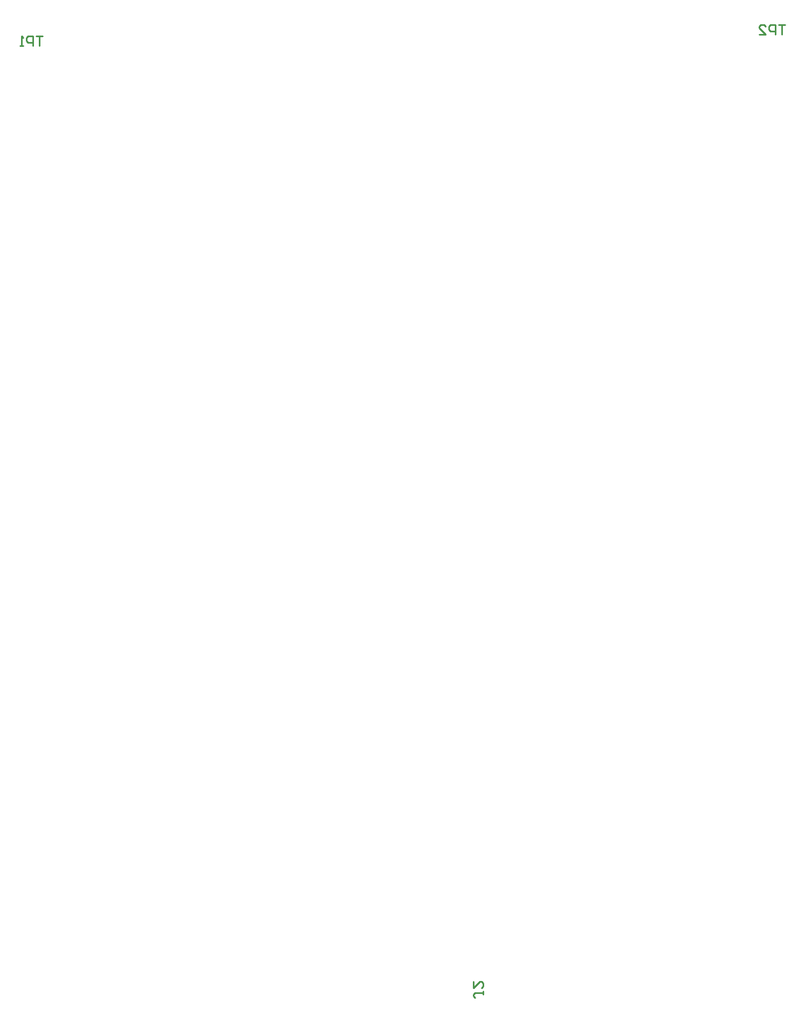
<source format=gbo>
G04*
G04 #@! TF.GenerationSoftware,Altium Limited,Altium Designer,25.0.2 (28)*
G04*
G04 Layer_Color=32896*
%FSLAX44Y44*%
%MOMM*%
G71*
G04*
G04 #@! TF.SameCoordinates,EC309722-8CFF-44E8-99F7-827B0D8F2BFB*
G04*
G04*
G04 #@! TF.FilePolarity,Positive*
G04*
G01*
G75*
%ADD12C,0.2540*%
D12*
X980045Y257508D02*
Y252430D01*
Y254969D01*
X967349D01*
X964810Y252430D01*
Y249891D01*
X967349Y247352D01*
X964810Y272743D02*
Y262587D01*
X974966Y272743D01*
X977505D01*
X980045Y270204D01*
Y265126D01*
X977505Y262587D01*
X1454150Y1776471D02*
X1443993D01*
X1449072D01*
Y1761236D01*
X1438915D02*
Y1776471D01*
X1431297D01*
X1428758Y1773932D01*
Y1768853D01*
X1431297Y1766314D01*
X1438915D01*
X1413523Y1761236D02*
X1423680D01*
X1413523Y1771393D01*
Y1773932D01*
X1416062Y1776471D01*
X1421141D01*
X1423680Y1773932D01*
X288036Y1758691D02*
X277879D01*
X282958D01*
Y1743456D01*
X272801D02*
Y1758691D01*
X265183D01*
X262644Y1756152D01*
Y1751073D01*
X265183Y1748534D01*
X272801D01*
X257566Y1743456D02*
X252488D01*
X255027D01*
Y1758691D01*
X257566Y1756152D01*
M02*

</source>
